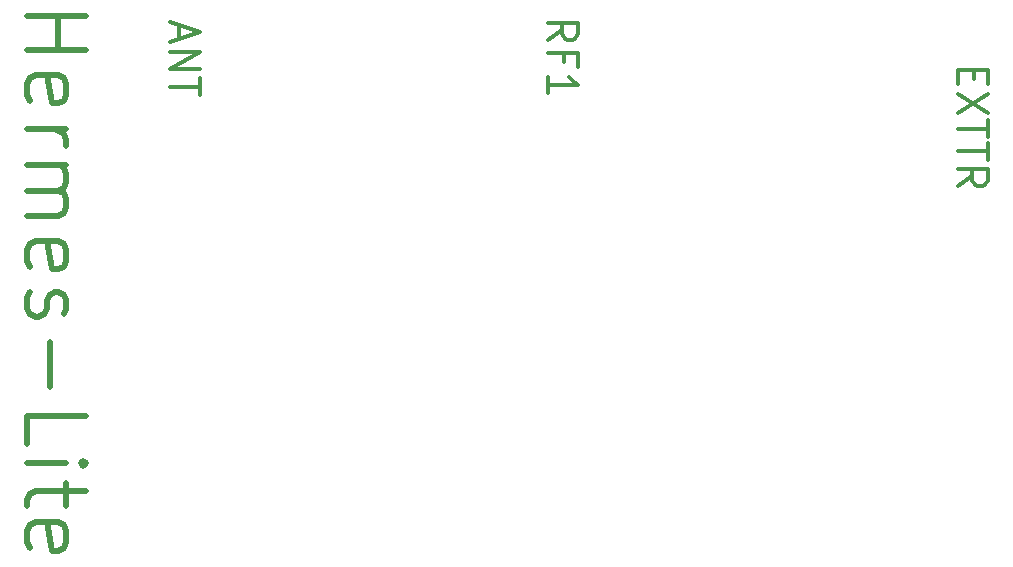
<source format=gto>
G04 #@! TF.GenerationSoftware,KiCad,Pcbnew,5.0.2-bee76a0~70~ubuntu16.04.1*
G04 #@! TF.CreationDate,2019-08-24T22:06:37-07:00*
G04 #@! TF.ProjectId,endcap,656e6463-6170-42e6-9b69-6361645f7063,rev?*
G04 #@! TF.SameCoordinates,PX2faf080PY2faf080*
G04 #@! TF.FileFunction,Legend,Top*
G04 #@! TF.FilePolarity,Positive*
%FSLAX46Y46*%
G04 Gerber Fmt 4.6, Leading zero omitted, Abs format (unit mm)*
G04 Created by KiCad (PCBNEW 5.0.2-bee76a0~70~ubuntu16.04.1) date Sat 24 Aug 2019 10:06:37 PM PDT*
%MOMM*%
%LPD*%
G01*
G04 APERTURE LIST*
%ADD10C,0.300000*%
%ADD11C,0.500000*%
G04 APERTURE END LIST*
D10*
X31883333Y-5442857D02*
X31883333Y-6633333D01*
X31169047Y-5204761D02*
X33669047Y-6038095D01*
X31169047Y-6871428D01*
X31169047Y-7704761D02*
X33669047Y-7704761D01*
X31169047Y-9133333D01*
X33669047Y-9133333D01*
X33669047Y-9966666D02*
X33669047Y-11395238D01*
X31169047Y-10680952D02*
X33669047Y-10680952D01*
X63169047Y-6711904D02*
X64359523Y-5878571D01*
X63169047Y-5283333D02*
X65669047Y-5283333D01*
X65669047Y-6235714D01*
X65550000Y-6473809D01*
X65430952Y-6592857D01*
X65192857Y-6711904D01*
X64835714Y-6711904D01*
X64597619Y-6592857D01*
X64478571Y-6473809D01*
X64359523Y-6235714D01*
X64359523Y-5283333D01*
X64478571Y-8616666D02*
X64478571Y-7783333D01*
X63169047Y-7783333D02*
X65669047Y-7783333D01*
X65669047Y-8973809D01*
X63169047Y-11235714D02*
X63169047Y-9807142D01*
X63169047Y-10521428D02*
X65669047Y-10521428D01*
X65311904Y-10283333D01*
X65073809Y-10045238D01*
X64954761Y-9807142D01*
X99178571Y-9219047D02*
X99178571Y-10052380D01*
X97869047Y-10409523D02*
X97869047Y-9219047D01*
X100369047Y-9219047D01*
X100369047Y-10409523D01*
X100369047Y-11242857D02*
X97869047Y-12909523D01*
X100369047Y-12909523D02*
X97869047Y-11242857D01*
X100369047Y-13504761D02*
X100369047Y-14933333D01*
X97869047Y-14219047D02*
X100369047Y-14219047D01*
X100369047Y-15409523D02*
X100369047Y-16838095D01*
X97869047Y-16123809D02*
X100369047Y-16123809D01*
X97869047Y-19100000D02*
X99059523Y-18266666D01*
X97869047Y-17671428D02*
X100369047Y-17671428D01*
X100369047Y-18623809D01*
X100250000Y-18861904D01*
X100130952Y-18980952D01*
X99892857Y-19100000D01*
X99535714Y-19100000D01*
X99297619Y-18980952D01*
X99178571Y-18861904D01*
X99059523Y-18623809D01*
X99059523Y-17671428D01*
D11*
X19038095Y-4700000D02*
X24038095Y-4700000D01*
X21657142Y-4700000D02*
X21657142Y-7557142D01*
X19038095Y-7557142D02*
X24038095Y-7557142D01*
X19276190Y-11842857D02*
X19038095Y-11366666D01*
X19038095Y-10414285D01*
X19276190Y-9938095D01*
X19752380Y-9700000D01*
X21657142Y-9700000D01*
X22133333Y-9938095D01*
X22371428Y-10414285D01*
X22371428Y-11366666D01*
X22133333Y-11842857D01*
X21657142Y-12080952D01*
X21180952Y-12080952D01*
X20704761Y-9700000D01*
X19038095Y-14223809D02*
X22371428Y-14223809D01*
X21419047Y-14223809D02*
X21895238Y-14461904D01*
X22133333Y-14700000D01*
X22371428Y-15176190D01*
X22371428Y-15652380D01*
X19038095Y-17319047D02*
X22371428Y-17319047D01*
X21895238Y-17319047D02*
X22133333Y-17557142D01*
X22371428Y-18033333D01*
X22371428Y-18747619D01*
X22133333Y-19223809D01*
X21657142Y-19461904D01*
X19038095Y-19461904D01*
X21657142Y-19461904D02*
X22133333Y-19700000D01*
X22371428Y-20176190D01*
X22371428Y-20890476D01*
X22133333Y-21366666D01*
X21657142Y-21604761D01*
X19038095Y-21604761D01*
X19276190Y-25890476D02*
X19038095Y-25414285D01*
X19038095Y-24461904D01*
X19276190Y-23985714D01*
X19752380Y-23747619D01*
X21657142Y-23747619D01*
X22133333Y-23985714D01*
X22371428Y-24461904D01*
X22371428Y-25414285D01*
X22133333Y-25890476D01*
X21657142Y-26128571D01*
X21180952Y-26128571D01*
X20704761Y-23747619D01*
X19276190Y-28033333D02*
X19038095Y-28509523D01*
X19038095Y-29461904D01*
X19276190Y-29938095D01*
X19752380Y-30176190D01*
X19990476Y-30176190D01*
X20466666Y-29938095D01*
X20704761Y-29461904D01*
X20704761Y-28747619D01*
X20942857Y-28271428D01*
X21419047Y-28033333D01*
X21657142Y-28033333D01*
X22133333Y-28271428D01*
X22371428Y-28747619D01*
X22371428Y-29461904D01*
X22133333Y-29938095D01*
X20942857Y-32319047D02*
X20942857Y-36128571D01*
X19038095Y-40890476D02*
X19038095Y-38509523D01*
X24038095Y-38509523D01*
X19038095Y-42557142D02*
X22371428Y-42557142D01*
X24038095Y-42557142D02*
X23800000Y-42319047D01*
X23561904Y-42557142D01*
X23800000Y-42795238D01*
X24038095Y-42557142D01*
X23561904Y-42557142D01*
X22371428Y-44223809D02*
X22371428Y-46128571D01*
X24038095Y-44938095D02*
X19752380Y-44938095D01*
X19276190Y-45176190D01*
X19038095Y-45652380D01*
X19038095Y-46128571D01*
X19276190Y-49700000D02*
X19038095Y-49223809D01*
X19038095Y-48271428D01*
X19276190Y-47795238D01*
X19752380Y-47557142D01*
X21657142Y-47557142D01*
X22133333Y-47795238D01*
X22371428Y-48271428D01*
X22371428Y-49223809D01*
X22133333Y-49700000D01*
X21657142Y-49938095D01*
X21180952Y-49938095D01*
X20704761Y-47557142D01*
M02*

</source>
